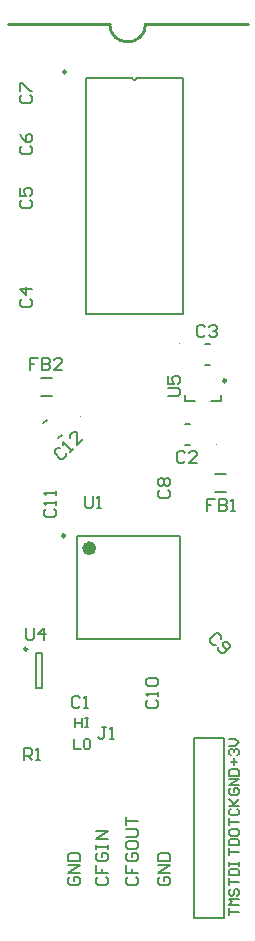
<source format=gto>
G04 Layer_Color=15132400*
%FSLAX24Y24*%
%MOIN*%
G70*
G01*
G75*
%ADD26C,0.0100*%
%ADD33C,0.0039*%
%ADD34C,0.0236*%
%ADD35C,0.0098*%
%ADD36C,0.0079*%
%ADD37C,0.0050*%
%ADD38C,0.0080*%
%ADD39C,0.0060*%
D26*
X24650Y48100D02*
G03*
X25850Y48100I600J0D01*
G01*
X23200Y46500D02*
G03*
X23200Y46500I-50J0D01*
G01*
X25850Y48100D02*
X29250D01*
X21250D02*
X24650D01*
D33*
X28215Y34066D02*
G03*
X28215Y34066I-20J0D01*
G01*
X26995Y37444D02*
G03*
X26995Y37444I-20J0D01*
G01*
X23688Y35018D02*
G03*
X23688Y35018I-20J0D01*
G01*
D34*
X24089Y30619D02*
G03*
X24089Y30619I-118J0D01*
G01*
D35*
X23164Y31042D02*
G03*
X23164Y31042I-49J0D01*
G01*
X21906Y27259D02*
G03*
X21906Y27259I-49J0D01*
G01*
X28528Y36204D02*
G03*
X28528Y36204I-49J0D01*
G01*
D36*
X25397Y46307D02*
G03*
X25554Y46307I79J0D01*
G01*
X22354Y36305D02*
X22747D01*
X22354Y35695D02*
X22747D01*
X27171Y34774D02*
X27329D01*
X27171Y34066D02*
X27329D01*
X27841Y36736D02*
X27999D01*
X27841Y37444D02*
X27999D01*
X28153Y32495D02*
X28546D01*
X28153Y33105D02*
X28546D01*
X23577Y27587D02*
X27003D01*
X23577Y31013D02*
X27003D01*
Y27587D02*
Y31013D01*
X23577Y27587D02*
Y31013D01*
X22202Y25959D02*
Y27141D01*
X22398Y25959D02*
Y27141D01*
X22202D02*
X22398D01*
X22202Y25959D02*
X22398D01*
X27179Y35534D02*
X27494D01*
X27179D02*
Y35731D01*
X28046Y35534D02*
X28361D01*
Y35731D01*
X22444Y34795D02*
X22555Y34906D01*
X22945Y34294D02*
X23056Y34405D01*
X23854Y46307D02*
X25397D01*
X25554D02*
X27098D01*
Y38433D02*
Y46307D01*
X23854Y38433D02*
X27098D01*
X23854D02*
Y46307D01*
D37*
X27450Y18300D02*
Y24300D01*
X28450D01*
Y18300D02*
Y24300D01*
X27450Y18300D02*
X28450D01*
D38*
X23667Y25633D02*
X23600Y25700D01*
X23467D01*
X23400Y25633D01*
Y25367D01*
X23467Y25300D01*
X23600D01*
X23667Y25367D01*
X23800Y25300D02*
X23933D01*
X23867D01*
Y25700D01*
X23800Y25633D01*
X27167Y33783D02*
X27100Y33850D01*
X26967D01*
X26900Y33783D01*
Y33517D01*
X26967Y33450D01*
X27100D01*
X27167Y33517D01*
X27566Y33450D02*
X27300D01*
X27566Y33717D01*
Y33783D01*
X27500Y33850D01*
X27367D01*
X27300Y33783D01*
X27817Y37983D02*
X27750Y38050D01*
X27617D01*
X27550Y37983D01*
Y37717D01*
X27617Y37650D01*
X27750D01*
X27817Y37717D01*
X27950Y37983D02*
X28017Y38050D01*
X28150D01*
X28216Y37983D01*
Y37917D01*
X28150Y37850D01*
X28083D01*
X28150D01*
X28216Y37783D01*
Y37717D01*
X28150Y37650D01*
X28017D01*
X27950Y37717D01*
X21717Y38917D02*
X21650Y38850D01*
Y38717D01*
X21717Y38650D01*
X21983D01*
X22050Y38717D01*
Y38850D01*
X21983Y38917D01*
X22050Y39250D02*
X21650D01*
X21850Y39050D01*
Y39316D01*
X21717Y42217D02*
X21650Y42150D01*
Y42017D01*
X21717Y41950D01*
X21983D01*
X22050Y42017D01*
Y42150D01*
X21983Y42217D01*
X21650Y42616D02*
Y42350D01*
X21850D01*
X21783Y42483D01*
Y42550D01*
X21850Y42616D01*
X21983D01*
X22050Y42550D01*
Y42417D01*
X21983Y42350D01*
X21717Y44017D02*
X21650Y43950D01*
Y43817D01*
X21717Y43750D01*
X21983D01*
X22050Y43817D01*
Y43950D01*
X21983Y44017D01*
X21650Y44416D02*
X21717Y44283D01*
X21850Y44150D01*
X21983D01*
X22050Y44217D01*
Y44350D01*
X21983Y44416D01*
X21917D01*
X21850Y44350D01*
Y44150D01*
X21717Y45717D02*
X21650Y45650D01*
Y45517D01*
X21717Y45450D01*
X21983D01*
X22050Y45517D01*
Y45650D01*
X21983Y45717D01*
X21650Y45850D02*
Y46116D01*
X21717D01*
X21983Y45850D01*
X22050D01*
X26317Y32567D02*
X26250Y32500D01*
Y32367D01*
X26317Y32300D01*
X26583D01*
X26650Y32367D01*
Y32500D01*
X26583Y32567D01*
X26317Y32700D02*
X26250Y32767D01*
Y32900D01*
X26317Y32966D01*
X26383D01*
X26450Y32900D01*
X26517Y32966D01*
X26583D01*
X26650Y32900D01*
Y32767D01*
X26583Y32700D01*
X26517D01*
X26450Y32767D01*
X26383Y32700D01*
X26317D01*
X26450Y32767D02*
Y32900D01*
X28374Y27597D02*
Y27691D01*
X28280Y27786D01*
X28186D01*
X27997Y27597D01*
Y27503D01*
X28091Y27409D01*
X28186D01*
X28280Y27314D02*
Y27220D01*
X28374Y27126D01*
X28468D01*
X28657Y27314D01*
Y27409D01*
X28563Y27503D01*
X28468D01*
X28421Y27456D01*
Y27362D01*
X28563Y27220D01*
X25917Y25567D02*
X25850Y25500D01*
Y25367D01*
X25917Y25300D01*
X26183D01*
X26250Y25367D01*
Y25500D01*
X26183Y25567D01*
X26250Y25700D02*
Y25833D01*
Y25767D01*
X25850D01*
X25917Y25700D01*
Y26033D02*
X25850Y26100D01*
Y26233D01*
X25917Y26300D01*
X26183D01*
X26250Y26233D01*
Y26100D01*
X26183Y26033D01*
X25917D01*
X22517Y31917D02*
X22450Y31850D01*
Y31717D01*
X22517Y31650D01*
X22783D01*
X22850Y31717D01*
Y31850D01*
X22783Y31917D01*
X22850Y32050D02*
Y32183D01*
Y32117D01*
X22450D01*
X22517Y32050D01*
X22850Y32383D02*
Y32516D01*
Y32450D01*
X22450D01*
X22517Y32383D01*
X28167Y32250D02*
X27900D01*
Y32050D01*
X28033D01*
X27900D01*
Y31850D01*
X28300Y32250D02*
Y31850D01*
X28500D01*
X28566Y31917D01*
Y31983D01*
X28500Y32050D01*
X28300D01*
X28500D01*
X28566Y32117D01*
Y32183D01*
X28500Y32250D01*
X28300D01*
X28700Y31850D02*
X28833D01*
X28766D01*
Y32250D01*
X28700Y32183D01*
X22267Y36950D02*
X22000D01*
Y36750D01*
X22133D01*
X22000D01*
Y36550D01*
X22400Y36950D02*
Y36550D01*
X22600D01*
X22666Y36617D01*
Y36683D01*
X22600Y36750D01*
X22400D01*
X22600D01*
X22666Y36817D01*
Y36883D01*
X22600Y36950D01*
X22400D01*
X23066Y36550D02*
X22800D01*
X23066Y36817D01*
Y36883D01*
X23000Y36950D01*
X22866D01*
X22800Y36883D01*
X24517Y24650D02*
X24383D01*
X24450D01*
Y24317D01*
X24383Y24250D01*
X24317D01*
X24250Y24317D01*
X24650Y24250D02*
X24783D01*
X24717D01*
Y24650D01*
X24650Y24583D01*
X21800Y23550D02*
Y23950D01*
X22000D01*
X22067Y23883D01*
Y23750D01*
X22000Y23683D01*
X21800D01*
X21933D02*
X22067Y23550D01*
X22200D02*
X22333D01*
X22267D01*
Y23950D01*
X22200Y23883D01*
X23824Y32373D02*
Y32040D01*
X23891Y31973D01*
X24024D01*
X24091Y32040D01*
Y32373D01*
X24224Y31973D02*
X24357D01*
X24291D01*
Y32373D01*
X24224Y32306D01*
X21857Y27957D02*
Y27624D01*
X21924Y27557D01*
X22057D01*
X22124Y27624D01*
Y27957D01*
X22457Y27557D02*
Y27957D01*
X22257Y27757D01*
X22524D01*
X26600Y35700D02*
X26933D01*
X27000Y35767D01*
Y35900D01*
X26933Y35967D01*
X26600D01*
Y36366D02*
Y36100D01*
X26800D01*
X26733Y36233D01*
Y36300D01*
X26800Y36366D01*
X26933D01*
X27000Y36300D01*
Y36167D01*
X26933Y36100D01*
X23003Y33974D02*
X22909D01*
X22814Y33880D01*
Y33786D01*
X23003Y33597D01*
X23097D01*
X23191Y33691D01*
Y33786D01*
X23333Y33833D02*
X23427Y33927D01*
X23380Y33880D01*
X23097Y34163D01*
Y34068D01*
X23757Y34257D02*
X23568Y34068D01*
Y34445D01*
X23521Y34493D01*
X23427D01*
X23333Y34398D01*
Y34304D01*
X24267Y19667D02*
X24200Y19600D01*
Y19467D01*
X24267Y19400D01*
X24533D01*
X24600Y19467D01*
Y19600D01*
X24533Y19667D01*
X24200Y20066D02*
Y19800D01*
X24400D01*
Y19933D01*
Y19800D01*
X24600D01*
X24267Y20466D02*
X24200Y20400D01*
Y20266D01*
X24267Y20200D01*
X24533D01*
X24600Y20266D01*
Y20400D01*
X24533Y20466D01*
X24400D01*
Y20333D01*
X24200Y20600D02*
Y20733D01*
Y20666D01*
X24600D01*
Y20600D01*
Y20733D01*
Y20933D02*
X24200D01*
X24600Y21199D01*
X24200D01*
X25267Y19667D02*
X25200Y19600D01*
Y19467D01*
X25267Y19400D01*
X25533D01*
X25600Y19467D01*
Y19600D01*
X25533Y19667D01*
X25200Y20066D02*
Y19800D01*
X25400D01*
Y19933D01*
Y19800D01*
X25600D01*
X25267Y20466D02*
X25200Y20400D01*
Y20266D01*
X25267Y20200D01*
X25533D01*
X25600Y20266D01*
Y20400D01*
X25533Y20466D01*
X25400D01*
Y20333D01*
X25200Y20800D02*
Y20666D01*
X25267Y20600D01*
X25533D01*
X25600Y20666D01*
Y20800D01*
X25533Y20866D01*
X25267D01*
X25200Y20800D01*
Y20999D02*
X25533D01*
X25600Y21066D01*
Y21199D01*
X25533Y21266D01*
X25200D01*
Y21399D02*
Y21666D01*
Y21533D01*
X25600D01*
X26317Y19667D02*
X26250Y19600D01*
Y19467D01*
X26317Y19400D01*
X26583D01*
X26650Y19467D01*
Y19600D01*
X26583Y19667D01*
X26450D01*
Y19533D01*
X26650Y19800D02*
X26250D01*
X26650Y20066D01*
X26250D01*
Y20200D02*
X26650D01*
Y20400D01*
X26583Y20466D01*
X26317D01*
X26250Y20400D01*
Y20200D01*
X23317Y19667D02*
X23250Y19600D01*
Y19467D01*
X23317Y19400D01*
X23583D01*
X23650Y19467D01*
Y19600D01*
X23583Y19667D01*
X23450D01*
Y19533D01*
X23650Y19800D02*
X23250D01*
X23650Y20066D01*
X23250D01*
Y20200D02*
X23650D01*
Y20400D01*
X23583Y20466D01*
X23317D01*
X23250Y20400D01*
Y20200D01*
D39*
X28790Y23400D02*
Y23613D01*
X28683Y23507D02*
X28897D01*
X28683Y23720D02*
X28630Y23773D01*
Y23880D01*
X28683Y23933D01*
X28737D01*
X28790Y23880D01*
Y23827D01*
Y23880D01*
X28843Y23933D01*
X28897D01*
X28950Y23880D01*
Y23773D01*
X28897Y23720D01*
X28630Y24040D02*
X28843D01*
X28950Y24146D01*
X28843Y24253D01*
X28630D01*
X28683Y22613D02*
X28630Y22560D01*
Y22453D01*
X28683Y22400D01*
X28897D01*
X28950Y22453D01*
Y22560D01*
X28897Y22613D01*
X28790D01*
Y22507D01*
X28950Y22720D02*
X28630D01*
X28950Y22933D01*
X28630D01*
Y23040D02*
X28950D01*
Y23200D01*
X28897Y23253D01*
X28683D01*
X28630Y23200D01*
Y23040D01*
Y21400D02*
Y21613D01*
Y21507D01*
X28950D01*
X28683Y21933D02*
X28630Y21880D01*
Y21773D01*
X28683Y21720D01*
X28897D01*
X28950Y21773D01*
Y21880D01*
X28897Y21933D01*
X28630Y22040D02*
X28950D01*
X28843D01*
X28630Y22253D01*
X28790Y22093D01*
X28950Y22253D01*
X28630Y20400D02*
Y20613D01*
Y20507D01*
X28950D01*
X28630Y20720D02*
X28950D01*
Y20880D01*
X28897Y20933D01*
X28683D01*
X28630Y20880D01*
Y20720D01*
Y21200D02*
Y21093D01*
X28683Y21040D01*
X28897D01*
X28950Y21093D01*
Y21200D01*
X28897Y21253D01*
X28683D01*
X28630Y21200D01*
Y19400D02*
Y19613D01*
Y19507D01*
X28950D01*
X28630Y19720D02*
X28950D01*
Y19880D01*
X28897Y19933D01*
X28683D01*
X28630Y19880D01*
Y19720D01*
Y20040D02*
Y20146D01*
Y20093D01*
X28950D01*
Y20040D01*
Y20146D01*
X28630Y18400D02*
Y18613D01*
Y18507D01*
X28950D01*
Y18720D02*
X28630D01*
X28737Y18827D01*
X28630Y18933D01*
X28950D01*
X28683Y19253D02*
X28630Y19200D01*
Y19093D01*
X28683Y19040D01*
X28737D01*
X28790Y19093D01*
Y19200D01*
X28843Y19253D01*
X28897D01*
X28950Y19200D01*
Y19093D01*
X28897Y19040D01*
X23509Y24970D02*
Y24650D01*
Y24810D01*
X23722D01*
Y24970D01*
Y24650D01*
X23829Y24970D02*
X23936D01*
X23882D01*
Y24650D01*
X23829D01*
X23936D01*
X23470Y24262D02*
Y23942D01*
X23683D01*
X23950Y24262D02*
X23843D01*
X23790Y24208D01*
Y23995D01*
X23843Y23942D01*
X23950D01*
X24003Y23995D01*
Y24208D01*
X23950Y24262D01*
M02*

</source>
